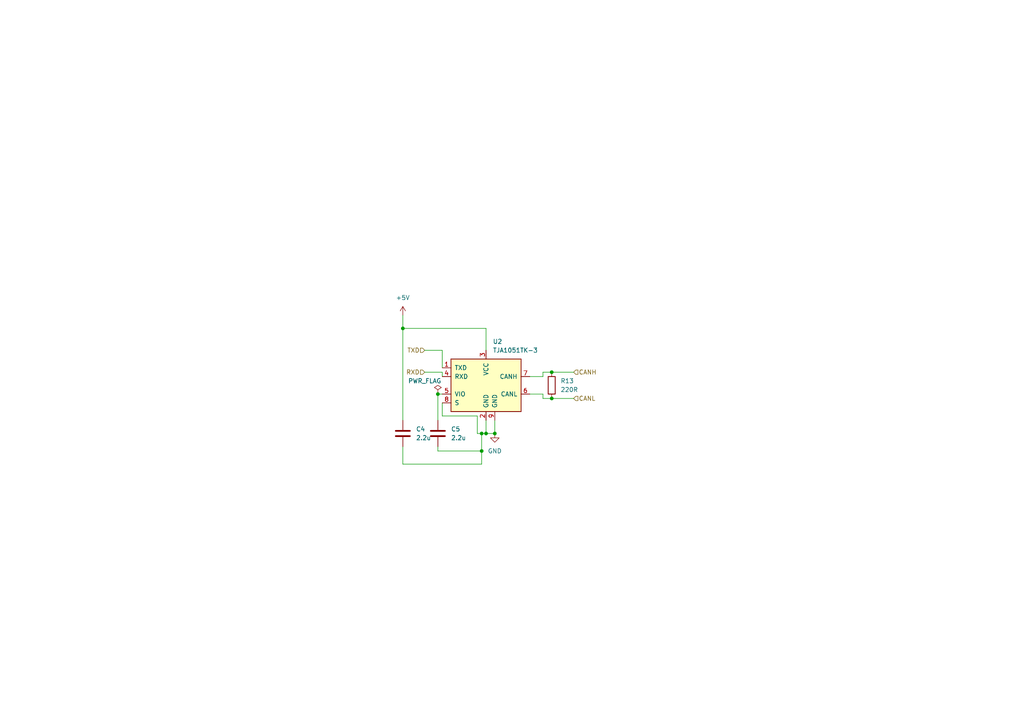
<source format=kicad_sch>
(kicad_sch (version 20230121) (generator eeschema)
  (paper "A4")
  (lib_symbols
    (symbol "Device:C" (pin_numbers hide) (pin_names (offset 0.254))
      (property "Reference" "C" (at 0.635 2.54 0))
      (property "Value" "C" (at 0.635 -2.54 0))
      (symbol "C_0_1"
        (polyline (pts (xy -2.032 -0.762) (xy 2.032 -0.762)) (stroke (width 0.508)))
        (polyline (pts (xy -2.032 0.762) (xy 2.032 0.762)) (stroke (width 0.508)))
      )
      (symbol "C_1_1"
        (pin passive line (at 0 3.81 270) (length 2.794) (name "~") (number "1"))
        (pin passive line (at 0 -3.81 90) (length 2.794) (name "~") (number "2"))
      )
    )
    (symbol "Device:R" (pin_numbers hide) (pin_names (offset 0))
      (property "Reference" "R" (at 2.032 0 90))
      (property "Value" "R" (at 0 0 90))
      (symbol "R_0_1"
        (rectangle (start -1.016 -2.54) (end 1.016 2.54) (stroke (width 0.254)))
      )
      (symbol "R_1_1"
        (pin passive line (at 0 3.81 270) (length 1.27) (name "~") (number "1"))
        (pin passive line (at 0 -3.81 90) (length 1.27) (name "~") (number "2"))
      )
    )
    (symbol "Interface_CAN_LIN:TJA1051TK-3" (pin_names (offset 1.016))
      (property "Reference" "U" (at -10.16 8.89 0))
      (property "Value" "TJA1051TK-3" (at 1.27 8.89 0))
      (symbol "TJA1051TK-3_0_1"
        (rectangle (start -10.16 7.62) (end 10.16 -7.62) (stroke (width 0.254)) (fill (type background)))
      )
      (symbol "TJA1051TK-3_1_1"
        (pin input line (at -12.7 5.08 0) (length 2.54) (name "TXD") (number "1"))
        (pin power_in line (at 0 -10.16 90) (length 2.54) (name "GND") (number "2"))
        (pin power_in line (at 0 10.16 270) (length 2.54) (name "VCC") (number "3"))
        (pin output line (at -12.7 2.54 0) (length 2.54) (name "RXD") (number "4"))
        (pin power_in line (at -12.7 -2.54 0) (length 2.54) (name "VIO") (number "5"))
        (pin bidirectional line (at 12.7 -2.54 180) (length 2.54) (name "CANL") (number "6"))
        (pin bidirectional line (at 12.7 2.54 180) (length 2.54) (name "CANH") (number "7"))
        (pin input line (at -12.7 -5.08 0) (length 2.54) (name "S") (number "8"))
        (pin power_in line (at 2.54 -10.16 90) (length 2.54) (name "GND") (number "9"))
      )
    )
    (symbol "power:+5V" (power) (pin_names (offset 0))
      (property "Value" "+5V" (at 0 3.556 0))
      (symbol "+5V_0_1"
        (polyline (pts (xy -0.762 1.27) (xy 0 2.54)))
        (polyline (pts (xy 0 0) (xy 0 2.54)))
        (polyline (pts (xy 0 2.54) (xy 0.762 1.27)))
      )
      (symbol "+5V_1_1"
        (pin power_in line (at 0 0 90) (length 0) hide (name "+5V") (number "1"))
      )
    )
    (symbol "power:GND" (power) (pin_names (offset 0))
      (property "Value" "GND" (at 0 -3.81 0))
      (symbol "GND_0_1"
        (polyline (pts (xy 0 0) (xy 0 -1.27) (xy 1.27 -1.27) (xy 0 -2.54) (xy -1.27 -1.27) (xy 0 -1.27)))
      )
      (symbol "GND_1_1"
        (pin power_in line (at 0 0 270) (length 0) hide (name "GND") (number "1"))
      )
    )
    (symbol "power:PWR_FLAG" (power) (pin_numbers hide) (pin_names (offset 0) hide)
      (property "Value" "PWR_FLAG" (at 0 3.81 0))
      (symbol "PWR_FLAG_0_0"
        (pin power_out line (at 0 0 90) (length 0) (name "pwr") (number "1"))
      )
      (symbol "PWR_FLAG_0_1"
        (polyline (pts (xy 0 0) (xy 0 1.27) (xy -1.016 1.905) (xy 0 2.54) (xy 1.016 1.905) (xy 0 1.27)))
      )
    )
  )
  (junction (at 160.02 107.95))
  (junction (at 116.84 95.25))
  (junction (at 160.02 115.57))
  (junction (at 140.97 125.73))
  (junction (at 139.7 125.73))
  (junction (at 127 114.3))
  (junction (at 143.51 125.73))
  (junction (at 139.7 130.81))
  (wire (pts (xy 128.27 107.95) (xy 128.27 109.22)))
  (wire (pts (xy 138.43 125.73) (xy 139.7 125.73)))
  (wire (pts (xy 139.7 134.62) (xy 139.7 130.81)))
  (wire (pts (xy 123.19 101.6) (xy 128.27 101.6)))
  (wire (pts (xy 128.27 101.6) (xy 128.27 106.68)))
  (wire (pts (xy 127 130.81) (xy 139.7 130.81)))
  (wire (pts (xy 157.48 107.95) (xy 160.02 107.95)))
  (wire (pts (xy 153.67 109.22) (xy 157.48 109.22)))
  (wire (pts (xy 123.19 107.95) (xy 128.27 107.95)))
  (wire (pts (xy 116.84 95.25) (xy 116.84 121.92)))
  (wire (pts (xy 139.7 130.81) (xy 139.7 125.73)))
  (wire (pts (xy 116.84 91.44) (xy 116.84 95.25)))
  (wire (pts (xy 128.27 120.65) (xy 138.43 120.65)))
  (wire (pts (xy 157.48 114.3) (xy 157.48 115.57)))
  (wire (pts (xy 157.48 109.22) (xy 157.48 107.95)))
  (wire (pts (xy 127 114.3) (xy 127 121.92)))
  (wire (pts (xy 160.02 107.95) (xy 166.37 107.95)))
  (wire (pts (xy 116.84 129.54) (xy 116.84 134.62)))
  (wire (pts (xy 160.02 115.57) (xy 166.37 115.57)))
  (wire (pts (xy 140.97 121.92) (xy 140.97 125.73)))
  (wire (pts (xy 138.43 120.65) (xy 138.43 125.73)))
  (wire (pts (xy 140.97 95.25) (xy 116.84 95.25)))
  (wire (pts (xy 128.27 116.84) (xy 128.27 120.65)))
  (wire (pts (xy 140.97 101.6) (xy 140.97 95.25)))
  (wire (pts (xy 139.7 125.73) (xy 140.97 125.73)))
  (wire (pts (xy 128.27 114.3) (xy 127 114.3)))
  (wire (pts (xy 127 129.54) (xy 127 130.81)))
  (wire (pts (xy 143.51 121.92) (xy 143.51 125.73)))
  (wire (pts (xy 140.97 125.73) (xy 143.51 125.73)))
  (wire (pts (xy 116.84 134.62) (xy 139.7 134.62)))
  (wire (pts (xy 157.48 115.57) (xy 160.02 115.57)))
  (wire (pts (xy 153.67 114.3) (xy 157.48 114.3)))
  (hierarchical_label "CANL" (shape input) (at 166.37 115.57 0))
  (hierarchical_label "CANH" (shape input) (at 166.37 107.95 0))
  (hierarchical_label "TXD" (shape input) (at 123.19 101.6 180))
  (hierarchical_label "RXD" (shape input) (at 123.19 107.95 180))
  (symbol (lib_id "Device:C") (at 116.84 125.73 0) (unit 1)
    (property "Reference" "C4" (at 120.65 124.46 0) (effects (justify left)))
    (property "Value" "2.2u" (at 120.65 127 0) (effects (justify left)))
    (property "Footprint" "Capacitor_SMD:C_0805_2012Metric" (effects hide))
    (instances (project "HighLevel" (path "" (reference "C4") (unit 1))) (project "HighLevel" (path "" (reference "C1") (unit 1))))
  )
  (symbol (lib_id "Device:R") (at 160.02 111.76 0) (unit 1)
    (property "Reference" "R13" (at 162.56 110.49 0) (effects (justify left)))
    (property "Value" "220R" (at 162.56 113.03 0) (effects (justify left)))
    (property "Footprint" "Resistor_SMD:R_0805_2012Metric" (effects hide))
    (instances (project "HighLevel" (path "" (reference "R13") (unit 1))) (project "HighLevel" (path "" (reference "R1") (unit 1))))
  )
  (symbol (lib_id "Interface_CAN_LIN:TJA1051TK-3") (at 140.97 111.76 0) (unit 1)
    (property "Reference" "U2" (at 142.9259 99.06 0) (effects (justify left)))
    (property "Value" "TJA1051TK-3" (at 142.9259 101.6 0) (effects (justify left)))
    (property "Footprint" "Package_DFN_QFN:DFN-8-1EP_3x3mm_P0.65mm_EP1.55x2.4mm" (effects hide))
    (property "Datasheet" "http://www.nxp.com/documents/data_sheet/TJA1051.pdf" (effects hide))
    (instances (project "HighLevel" (path "" (reference "U2") (unit 1))) (project "HighLevel" (path "" (reference "U1") (unit 1))))
  )
  (symbol (lib_id "power:GND") (at 143.51 125.73 0) (unit 1)
    (property "Reference" "#PWR030" (effects hide))
    (property "Value" "GND" (at 143.51 130.81 0))
    (instances (project "HighLevel" (path "" (reference "#PWR030") (unit 1))) (project "HighLevel" (path "" (reference "#PWR01") (unit 1))))
  )
  (symbol (lib_id "power:PWR_FLAG") (at 127 114.3 0) (unit 1)
    (property "Reference" "#FLG06" (effects hide))
    (property "Value" "PWR_FLAG" (at 123.19 110.49 0))
  )
  (symbol (lib_id "Device:C") (at 127 125.73 0) (unit 1)
    (property "Reference" "C5" (at 130.81 124.46 0) (effects (justify left)))
    (property "Value" "2.2u" (at 130.81 127 0) (effects (justify left)))
    (property "Footprint" "Capacitor_SMD:C_0805_2012Metric" (effects hide))
    (instances (project "HighLevel" (path "" (reference "C5") (unit 1))) (project "HighLevel" (path "" (reference "C2") (unit 1))))
  )
  (symbol (lib_id "power:+5V") (at 116.84 91.44 0) (unit 1)
    (property "Reference" "#PWR029" (effects hide))
    (property "Value" "+5V" (at 116.84 86.36 0))
    (instances (project "HighLevel" (path "" (reference "#PWR029") (unit 1))) (project "HighLevel" (path "" (reference "#PWR02") (unit 1))))
  )
)
</source>
